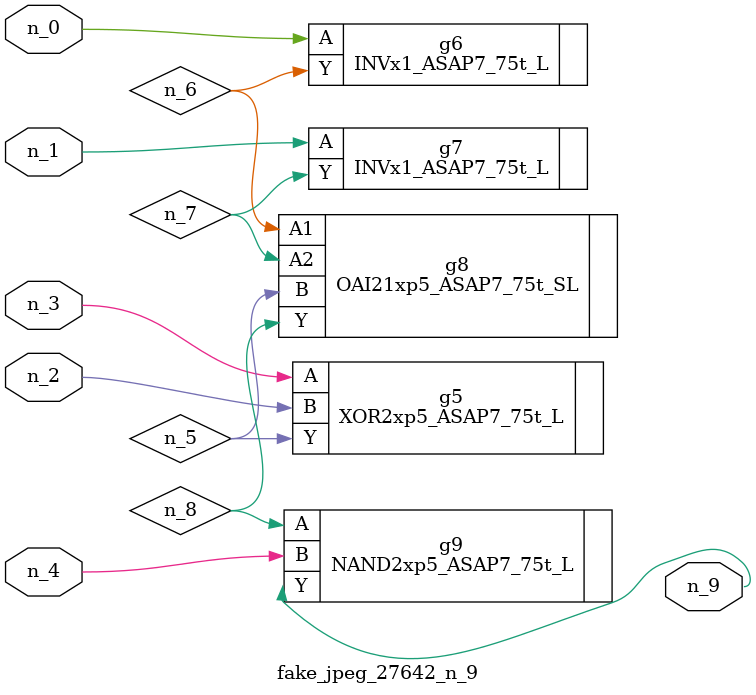
<source format=v>
module fake_jpeg_27642_n_9 (n_3, n_2, n_1, n_0, n_4, n_9);

input n_3;
input n_2;
input n_1;
input n_0;
input n_4;

output n_9;

wire n_8;
wire n_6;
wire n_5;
wire n_7;

XOR2xp5_ASAP7_75t_L g5 ( 
.A(n_3),
.B(n_2),
.Y(n_5)
);

INVx1_ASAP7_75t_L g6 ( 
.A(n_0),
.Y(n_6)
);

INVx1_ASAP7_75t_L g7 ( 
.A(n_1),
.Y(n_7)
);

OAI21xp5_ASAP7_75t_SL g8 ( 
.A1(n_6),
.A2(n_7),
.B(n_5),
.Y(n_8)
);

NAND2xp5_ASAP7_75t_L g9 ( 
.A(n_8),
.B(n_4),
.Y(n_9)
);


endmodule
</source>
